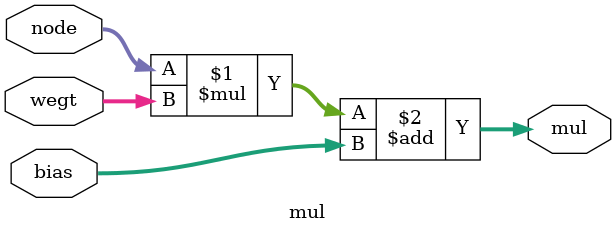
<source format=v>
`timescale 1ns / 1ps
module mul(
input signed [7:0] node,
input signed [7:0] wegt,
input signed [7:0] bias,
output signed [15:0] mul
);
assign mul = node*wegt + bias;
endmodule
</source>
